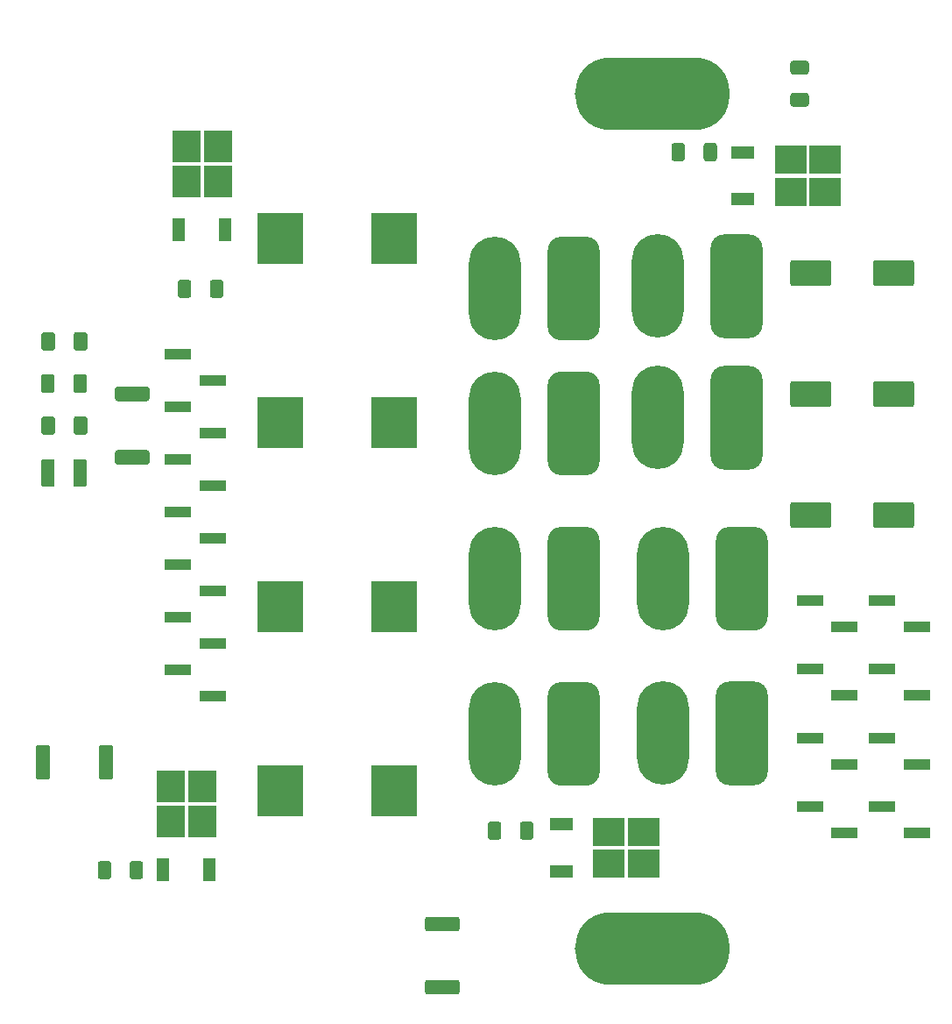
<source format=gbr>
%TF.GenerationSoftware,KiCad,Pcbnew,(5.1.10)-1*%
%TF.CreationDate,2021-09-14T12:20:03+02:00*%
%TF.ProjectId,BTS-MainBoard-Power,4254532d-4d61-4696-9e42-6f6172642d50,rev?*%
%TF.SameCoordinates,Original*%
%TF.FileFunction,Paste,Top*%
%TF.FilePolarity,Positive*%
%FSLAX46Y46*%
G04 Gerber Fmt 4.6, Leading zero omitted, Abs format (unit mm)*
G04 Created by KiCad (PCBNEW (5.1.10)-1) date 2021-09-14 12:20:03*
%MOMM*%
%LPD*%
G01*
G04 APERTURE LIST*
%ADD10R,3.050000X2.750000*%
%ADD11R,2.200000X1.200000*%
%ADD12R,2.750000X3.050000*%
%ADD13R,1.200000X2.200000*%
%ADD14R,2.510000X1.000000*%
%ADD15R,4.500000X5.000000*%
%ADD16O,5.000000X10.000000*%
%ADD17O,15.000000X7.000000*%
G04 APERTURE END LIST*
D10*
%TO.C,Q4*%
X224385000Y-120015000D03*
X227735000Y-116965000D03*
X224385000Y-116965000D03*
X227735000Y-120015000D03*
D11*
X219760000Y-120770000D03*
X219760000Y-116210000D03*
%TD*%
D10*
%TO.C,Q3*%
X241935000Y-55120000D03*
X245285000Y-52070000D03*
X241935000Y-52070000D03*
X245285000Y-55120000D03*
D11*
X237310000Y-55875000D03*
X237310000Y-51315000D03*
%TD*%
D12*
%TO.C,Q2*%
X185041000Y-115951000D03*
X181991000Y-112601000D03*
X181991000Y-115951000D03*
X185041000Y-112601000D03*
D13*
X185796000Y-120576000D03*
X181236000Y-120576000D03*
%TD*%
D12*
%TO.C,Q1*%
X186565000Y-54150000D03*
X183515000Y-50800000D03*
X183515000Y-54150000D03*
X186565000Y-50800000D03*
D13*
X187320000Y-58775000D03*
X182760000Y-58775000D03*
%TD*%
D14*
%TO.C,J19*%
X247146000Y-117094000D03*
X243836000Y-114554000D03*
%TD*%
%TO.C,J18*%
X254131000Y-117094000D03*
X250821000Y-114554000D03*
%TD*%
%TO.C,J17*%
X254131000Y-110447666D03*
X250821000Y-107907666D03*
%TD*%
%TO.C,J16*%
X254131000Y-103801333D03*
X250821000Y-101261333D03*
%TD*%
%TO.C,J15*%
X247146000Y-110447666D03*
X243836000Y-107907666D03*
%TD*%
%TO.C,J14*%
X247146000Y-103801333D03*
X243836000Y-101261333D03*
%TD*%
%TO.C,J13*%
X254131000Y-97155000D03*
X250821000Y-94615000D03*
%TD*%
%TO.C,J12*%
X247146000Y-97155000D03*
X243836000Y-94615000D03*
%TD*%
%TO.C,C4*%
G36*
G01*
X249904000Y-63992000D02*
X249904000Y-61992000D01*
G75*
G02*
X250154000Y-61742000I250000J0D01*
G01*
X253654000Y-61742000D01*
G75*
G02*
X253904000Y-61992000I0J-250000D01*
G01*
X253904000Y-63992000D01*
G75*
G02*
X253654000Y-64242000I-250000J0D01*
G01*
X250154000Y-64242000D01*
G75*
G02*
X249904000Y-63992000I0J250000D01*
G01*
G37*
G36*
G01*
X241904000Y-63992000D02*
X241904000Y-61992000D01*
G75*
G02*
X242154000Y-61742000I250000J0D01*
G01*
X245654000Y-61742000D01*
G75*
G02*
X245904000Y-61992000I0J-250000D01*
G01*
X245904000Y-63992000D01*
G75*
G02*
X245654000Y-64242000I-250000J0D01*
G01*
X242154000Y-64242000D01*
G75*
G02*
X241904000Y-63992000I0J250000D01*
G01*
G37*
%TD*%
%TO.C,C5*%
G36*
G01*
X249904000Y-75676000D02*
X249904000Y-73676000D01*
G75*
G02*
X250154000Y-73426000I250000J0D01*
G01*
X253654000Y-73426000D01*
G75*
G02*
X253904000Y-73676000I0J-250000D01*
G01*
X253904000Y-75676000D01*
G75*
G02*
X253654000Y-75926000I-250000J0D01*
G01*
X250154000Y-75926000D01*
G75*
G02*
X249904000Y-75676000I0J250000D01*
G01*
G37*
G36*
G01*
X241904000Y-75676000D02*
X241904000Y-73676000D01*
G75*
G02*
X242154000Y-73426000I250000J0D01*
G01*
X245654000Y-73426000D01*
G75*
G02*
X245904000Y-73676000I0J-250000D01*
G01*
X245904000Y-75676000D01*
G75*
G02*
X245654000Y-75926000I-250000J0D01*
G01*
X242154000Y-75926000D01*
G75*
G02*
X241904000Y-75676000I0J250000D01*
G01*
G37*
%TD*%
%TO.C,C3*%
G36*
G01*
X249904000Y-87360000D02*
X249904000Y-85360000D01*
G75*
G02*
X250154000Y-85110000I250000J0D01*
G01*
X253654000Y-85110000D01*
G75*
G02*
X253904000Y-85360000I0J-250000D01*
G01*
X253904000Y-87360000D01*
G75*
G02*
X253654000Y-87610000I-250000J0D01*
G01*
X250154000Y-87610000D01*
G75*
G02*
X249904000Y-87360000I0J250000D01*
G01*
G37*
G36*
G01*
X241904000Y-87360000D02*
X241904000Y-85360000D01*
G75*
G02*
X242154000Y-85110000I250000J0D01*
G01*
X245654000Y-85110000D01*
G75*
G02*
X245904000Y-85360000I0J-250000D01*
G01*
X245904000Y-87360000D01*
G75*
G02*
X245654000Y-87610000I-250000J0D01*
G01*
X242154000Y-87610000D01*
G75*
G02*
X241904000Y-87360000I0J250000D01*
G01*
G37*
%TD*%
%TO.C,R2*%
G36*
G01*
X175070000Y-111661001D02*
X175070000Y-108810999D01*
G75*
G02*
X175319999Y-108561000I249999J0D01*
G01*
X176220001Y-108561000D01*
G75*
G02*
X176470000Y-108810999I0J-249999D01*
G01*
X176470000Y-111661001D01*
G75*
G02*
X176220001Y-111911000I-249999J0D01*
G01*
X175319999Y-111911000D01*
G75*
G02*
X175070000Y-111661001I0J249999D01*
G01*
G37*
G36*
G01*
X168970000Y-111661001D02*
X168970000Y-108810999D01*
G75*
G02*
X169219999Y-108561000I249999J0D01*
G01*
X170120001Y-108561000D01*
G75*
G02*
X170370000Y-108810999I0J-249999D01*
G01*
X170370000Y-111661001D01*
G75*
G02*
X170120001Y-111911000I-249999J0D01*
G01*
X169219999Y-111911000D01*
G75*
G02*
X168970000Y-111661001I0J249999D01*
G01*
G37*
%TD*%
%TO.C,R1*%
G36*
G01*
X179733001Y-75374000D02*
X176882999Y-75374000D01*
G75*
G02*
X176633000Y-75124001I0J249999D01*
G01*
X176633000Y-74223999D01*
G75*
G02*
X176882999Y-73974000I249999J0D01*
G01*
X179733001Y-73974000D01*
G75*
G02*
X179983000Y-74223999I0J-249999D01*
G01*
X179983000Y-75124001D01*
G75*
G02*
X179733001Y-75374000I-249999J0D01*
G01*
G37*
G36*
G01*
X179733001Y-81474000D02*
X176882999Y-81474000D01*
G75*
G02*
X176633000Y-81224001I0J249999D01*
G01*
X176633000Y-80323999D01*
G75*
G02*
X176882999Y-80074000I249999J0D01*
G01*
X179733001Y-80074000D01*
G75*
G02*
X179983000Y-80323999I0J-249999D01*
G01*
X179983000Y-81224001D01*
G75*
G02*
X179733001Y-81474000I-249999J0D01*
G01*
G37*
%TD*%
%TO.C,C11*%
G36*
G01*
X170804000Y-73009997D02*
X170804000Y-74310003D01*
G75*
G02*
X170554003Y-74560000I-249997J0D01*
G01*
X169728997Y-74560000D01*
G75*
G02*
X169479000Y-74310003I0J249997D01*
G01*
X169479000Y-73009997D01*
G75*
G02*
X169728997Y-72760000I249997J0D01*
G01*
X170554003Y-72760000D01*
G75*
G02*
X170804000Y-73009997I0J-249997D01*
G01*
G37*
G36*
G01*
X173929000Y-73009997D02*
X173929000Y-74310003D01*
G75*
G02*
X173679003Y-74560000I-249997J0D01*
G01*
X172853997Y-74560000D01*
G75*
G02*
X172604000Y-74310003I0J249997D01*
G01*
X172604000Y-73009997D01*
G75*
G02*
X172853997Y-72760000I249997J0D01*
G01*
X173679003Y-72760000D01*
G75*
G02*
X173929000Y-73009997I0J-249997D01*
G01*
G37*
%TD*%
%TO.C,C10*%
G36*
G01*
X170804000Y-81195997D02*
X170804000Y-83396003D01*
G75*
G02*
X170554003Y-83646000I-249997J0D01*
G01*
X169728997Y-83646000D01*
G75*
G02*
X169479000Y-83396003I0J249997D01*
G01*
X169479000Y-81195997D01*
G75*
G02*
X169728997Y-80946000I249997J0D01*
G01*
X170554003Y-80946000D01*
G75*
G02*
X170804000Y-81195997I0J-249997D01*
G01*
G37*
G36*
G01*
X173929000Y-81195997D02*
X173929000Y-83396003D01*
G75*
G02*
X173679003Y-83646000I-249997J0D01*
G01*
X172853997Y-83646000D01*
G75*
G02*
X172604000Y-83396003I0J249997D01*
G01*
X172604000Y-81195997D01*
G75*
G02*
X172853997Y-80946000I249997J0D01*
G01*
X173679003Y-80946000D01*
G75*
G02*
X173929000Y-81195997I0J-249997D01*
G01*
G37*
%TD*%
%TO.C,C9*%
G36*
G01*
X170842500Y-77073997D02*
X170842500Y-78374003D01*
G75*
G02*
X170592503Y-78624000I-249997J0D01*
G01*
X169767497Y-78624000D01*
G75*
G02*
X169517500Y-78374003I0J249997D01*
G01*
X169517500Y-77073997D01*
G75*
G02*
X169767497Y-76824000I249997J0D01*
G01*
X170592503Y-76824000D01*
G75*
G02*
X170842500Y-77073997I0J-249997D01*
G01*
G37*
G36*
G01*
X173967500Y-77073997D02*
X173967500Y-78374003D01*
G75*
G02*
X173717503Y-78624000I-249997J0D01*
G01*
X172892497Y-78624000D01*
G75*
G02*
X172642500Y-78374003I0J249997D01*
G01*
X172642500Y-77073997D01*
G75*
G02*
X172892497Y-76824000I249997J0D01*
G01*
X173717503Y-76824000D01*
G75*
G02*
X173967500Y-77073997I0J-249997D01*
G01*
G37*
%TD*%
%TO.C,C1*%
G36*
G01*
X170842500Y-68945997D02*
X170842500Y-70246003D01*
G75*
G02*
X170592503Y-70496000I-249997J0D01*
G01*
X169767497Y-70496000D01*
G75*
G02*
X169517500Y-70246003I0J249997D01*
G01*
X169517500Y-68945997D01*
G75*
G02*
X169767497Y-68696000I249997J0D01*
G01*
X170592503Y-68696000D01*
G75*
G02*
X170842500Y-68945997I0J-249997D01*
G01*
G37*
G36*
G01*
X173967500Y-68945997D02*
X173967500Y-70246003D01*
G75*
G02*
X173717503Y-70496000I-249997J0D01*
G01*
X172892497Y-70496000D01*
G75*
G02*
X172642500Y-70246003I0J249997D01*
G01*
X172642500Y-68945997D01*
G75*
G02*
X172892497Y-68696000I249997J0D01*
G01*
X173717503Y-68696000D01*
G75*
G02*
X173967500Y-68945997I0J-249997D01*
G01*
G37*
%TD*%
%TO.C,J3*%
X186059000Y-103886000D03*
X186059000Y-98806000D03*
X186059000Y-93726000D03*
X186059000Y-88646000D03*
X186059000Y-83566000D03*
X186059000Y-78486000D03*
X186059000Y-73406000D03*
X182749000Y-101346000D03*
X182749000Y-96266000D03*
X182749000Y-91186000D03*
X182749000Y-86106000D03*
X182749000Y-81026000D03*
X182749000Y-75946000D03*
X182749000Y-70866000D03*
%TD*%
%TO.C,R11*%
G36*
G01*
X213984000Y-116214999D02*
X213984000Y-117465001D01*
G75*
G02*
X213734001Y-117715000I-249999J0D01*
G01*
X212933999Y-117715000D01*
G75*
G02*
X212684000Y-117465001I0J249999D01*
G01*
X212684000Y-116214999D01*
G75*
G02*
X212933999Y-115965000I249999J0D01*
G01*
X213734001Y-115965000D01*
G75*
G02*
X213984000Y-116214999I0J-249999D01*
G01*
G37*
G36*
G01*
X217084000Y-116214999D02*
X217084000Y-117465001D01*
G75*
G02*
X216834001Y-117715000I-249999J0D01*
G01*
X216033999Y-117715000D01*
G75*
G02*
X215784000Y-117465001I0J249999D01*
G01*
X215784000Y-116214999D01*
G75*
G02*
X216033999Y-115965000I249999J0D01*
G01*
X216834001Y-115965000D01*
G75*
G02*
X217084000Y-116214999I0J-249999D01*
G01*
G37*
%TD*%
%TO.C,R10*%
G36*
G01*
X231738000Y-50682999D02*
X231738000Y-51933001D01*
G75*
G02*
X231488001Y-52183000I-249999J0D01*
G01*
X230687999Y-52183000D01*
G75*
G02*
X230438000Y-51933001I0J249999D01*
G01*
X230438000Y-50682999D01*
G75*
G02*
X230687999Y-50433000I249999J0D01*
G01*
X231488001Y-50433000D01*
G75*
G02*
X231738000Y-50682999I0J-249999D01*
G01*
G37*
G36*
G01*
X234838000Y-50682999D02*
X234838000Y-51933001D01*
G75*
G02*
X234588001Y-52183000I-249999J0D01*
G01*
X233787999Y-52183000D01*
G75*
G02*
X233538000Y-51933001I0J249999D01*
G01*
X233538000Y-50682999D01*
G75*
G02*
X233787999Y-50433000I249999J0D01*
G01*
X234588001Y-50433000D01*
G75*
G02*
X234838000Y-50682999I0J-249999D01*
G01*
G37*
%TD*%
%TO.C,R9*%
G36*
G01*
X206854999Y-131255000D02*
X209705001Y-131255000D01*
G75*
G02*
X209955000Y-131504999I0J-249999D01*
G01*
X209955000Y-132405001D01*
G75*
G02*
X209705001Y-132655000I-249999J0D01*
G01*
X206854999Y-132655000D01*
G75*
G02*
X206605000Y-132405001I0J249999D01*
G01*
X206605000Y-131504999D01*
G75*
G02*
X206854999Y-131255000I249999J0D01*
G01*
G37*
G36*
G01*
X206854999Y-125155000D02*
X209705001Y-125155000D01*
G75*
G02*
X209955000Y-125404999I0J-249999D01*
G01*
X209955000Y-126305001D01*
G75*
G02*
X209705001Y-126555000I-249999J0D01*
G01*
X206854999Y-126555000D01*
G75*
G02*
X206605000Y-126305001I0J249999D01*
G01*
X206605000Y-125404999D01*
G75*
G02*
X206854999Y-125155000I249999J0D01*
G01*
G37*
%TD*%
%TO.C,R8*%
G36*
G01*
X176265000Y-120024999D02*
X176265000Y-121275001D01*
G75*
G02*
X176015001Y-121525000I-249999J0D01*
G01*
X175214999Y-121525000D01*
G75*
G02*
X174965000Y-121275001I0J249999D01*
G01*
X174965000Y-120024999D01*
G75*
G02*
X175214999Y-119775000I249999J0D01*
G01*
X176015001Y-119775000D01*
G75*
G02*
X176265000Y-120024999I0J-249999D01*
G01*
G37*
G36*
G01*
X179365000Y-120024999D02*
X179365000Y-121275001D01*
G75*
G02*
X179115001Y-121525000I-249999J0D01*
G01*
X178314999Y-121525000D01*
G75*
G02*
X178065000Y-121275001I0J249999D01*
G01*
X178065000Y-120024999D01*
G75*
G02*
X178314999Y-119775000I249999J0D01*
G01*
X179115001Y-119775000D01*
G75*
G02*
X179365000Y-120024999I0J-249999D01*
G01*
G37*
%TD*%
%TO.C,R7*%
G36*
G01*
X185812000Y-65141001D02*
X185812000Y-63890999D01*
G75*
G02*
X186061999Y-63641000I249999J0D01*
G01*
X186862001Y-63641000D01*
G75*
G02*
X187112000Y-63890999I0J-249999D01*
G01*
X187112000Y-65141001D01*
G75*
G02*
X186862001Y-65391000I-249999J0D01*
G01*
X186061999Y-65391000D01*
G75*
G02*
X185812000Y-65141001I0J249999D01*
G01*
G37*
G36*
G01*
X182712000Y-65141001D02*
X182712000Y-63890999D01*
G75*
G02*
X182961999Y-63641000I249999J0D01*
G01*
X183762001Y-63641000D01*
G75*
G02*
X184012000Y-63890999I0J-249999D01*
G01*
X184012000Y-65141001D01*
G75*
G02*
X183762001Y-65391000I-249999J0D01*
G01*
X182961999Y-65391000D01*
G75*
G02*
X182712000Y-65141001I0J249999D01*
G01*
G37*
%TD*%
D15*
%TO.C,L4*%
X203620000Y-77470000D03*
X192620000Y-77470000D03*
%TD*%
%TO.C,L3*%
X203620000Y-95250000D03*
X192620000Y-95250000D03*
%TD*%
%TO.C,L2*%
X203620000Y-113030000D03*
X192620000Y-113030000D03*
%TD*%
%TO.C,L1*%
X203620000Y-59690000D03*
X192620000Y-59690000D03*
%TD*%
%TO.C,J11*%
G36*
G01*
X234736000Y-96250000D02*
X234736000Y-88750000D01*
G75*
G02*
X235986000Y-87500000I1250000J0D01*
G01*
X238486000Y-87500000D01*
G75*
G02*
X239736000Y-88750000I0J-1250000D01*
G01*
X239736000Y-96250000D01*
G75*
G02*
X238486000Y-97500000I-1250000J0D01*
G01*
X235986000Y-97500000D01*
G75*
G02*
X234736000Y-96250000I0J1250000D01*
G01*
G37*
D16*
X229616000Y-92500000D03*
%TD*%
%TO.C,J10*%
G36*
G01*
X234228000Y-68012000D02*
X234228000Y-60512000D01*
G75*
G02*
X235478000Y-59262000I1250000J0D01*
G01*
X237978000Y-59262000D01*
G75*
G02*
X239228000Y-60512000I0J-1250000D01*
G01*
X239228000Y-68012000D01*
G75*
G02*
X237978000Y-69262000I-1250000J0D01*
G01*
X235478000Y-69262000D01*
G75*
G02*
X234228000Y-68012000I0J1250000D01*
G01*
G37*
X229108000Y-64262000D03*
%TD*%
%TO.C,J9*%
G36*
G01*
X218480000Y-68240000D02*
X218480000Y-60740000D01*
G75*
G02*
X219730000Y-59490000I1250000J0D01*
G01*
X222230000Y-59490000D01*
G75*
G02*
X223480000Y-60740000I0J-1250000D01*
G01*
X223480000Y-68240000D01*
G75*
G02*
X222230000Y-69490000I-1250000J0D01*
G01*
X219730000Y-69490000D01*
G75*
G02*
X218480000Y-68240000I0J1250000D01*
G01*
G37*
X213360000Y-64490000D03*
%TD*%
%TO.C,J8*%
G36*
G01*
X218480000Y-96250000D02*
X218480000Y-88750000D01*
G75*
G02*
X219730000Y-87500000I1250000J0D01*
G01*
X222230000Y-87500000D01*
G75*
G02*
X223480000Y-88750000I0J-1250000D01*
G01*
X223480000Y-96250000D01*
G75*
G02*
X222230000Y-97500000I-1250000J0D01*
G01*
X219730000Y-97500000D01*
G75*
G02*
X218480000Y-96250000I0J1250000D01*
G01*
G37*
X213360000Y-92500000D03*
%TD*%
%TO.C,J7*%
G36*
G01*
X234228000Y-80712000D02*
X234228000Y-73212000D01*
G75*
G02*
X235478000Y-71962000I1250000J0D01*
G01*
X237978000Y-71962000D01*
G75*
G02*
X239228000Y-73212000I0J-1250000D01*
G01*
X239228000Y-80712000D01*
G75*
G02*
X237978000Y-81962000I-1250000J0D01*
G01*
X235478000Y-81962000D01*
G75*
G02*
X234228000Y-80712000I0J1250000D01*
G01*
G37*
X229108000Y-76962000D03*
%TD*%
%TO.C,J6*%
G36*
G01*
X218480000Y-81250000D02*
X218480000Y-73750000D01*
G75*
G02*
X219730000Y-72500000I1250000J0D01*
G01*
X222230000Y-72500000D01*
G75*
G02*
X223480000Y-73750000I0J-1250000D01*
G01*
X223480000Y-81250000D01*
G75*
G02*
X222230000Y-82500000I-1250000J0D01*
G01*
X219730000Y-82500000D01*
G75*
G02*
X218480000Y-81250000I0J1250000D01*
G01*
G37*
X213360000Y-77500000D03*
%TD*%
%TO.C,J5*%
G36*
G01*
X234736000Y-111192000D02*
X234736000Y-103692000D01*
G75*
G02*
X235986000Y-102442000I1250000J0D01*
G01*
X238486000Y-102442000D01*
G75*
G02*
X239736000Y-103692000I0J-1250000D01*
G01*
X239736000Y-111192000D01*
G75*
G02*
X238486000Y-112442000I-1250000J0D01*
G01*
X235986000Y-112442000D01*
G75*
G02*
X234736000Y-111192000I0J1250000D01*
G01*
G37*
X229616000Y-107442000D03*
%TD*%
%TO.C,J4*%
G36*
G01*
X218480000Y-111250000D02*
X218480000Y-103750000D01*
G75*
G02*
X219730000Y-102500000I1250000J0D01*
G01*
X222230000Y-102500000D01*
G75*
G02*
X223480000Y-103750000I0J-1250000D01*
G01*
X223480000Y-111250000D01*
G75*
G02*
X222230000Y-112500000I-1250000J0D01*
G01*
X219730000Y-112500000D01*
G75*
G02*
X218480000Y-111250000I0J1250000D01*
G01*
G37*
X213360000Y-107500000D03*
%TD*%
D17*
%TO.C,J2*%
X228600000Y-128270000D03*
%TD*%
%TO.C,J1*%
X228600000Y-45720000D03*
%TD*%
%TO.C,C2*%
G36*
G01*
X243474003Y-43804000D02*
X242173997Y-43804000D01*
G75*
G02*
X241924000Y-43554003I0J249997D01*
G01*
X241924000Y-42728997D01*
G75*
G02*
X242173997Y-42479000I249997J0D01*
G01*
X243474003Y-42479000D01*
G75*
G02*
X243724000Y-42728997I0J-249997D01*
G01*
X243724000Y-43554003D01*
G75*
G02*
X243474003Y-43804000I-249997J0D01*
G01*
G37*
G36*
G01*
X243474003Y-46929000D02*
X242173997Y-46929000D01*
G75*
G02*
X241924000Y-46679003I0J249997D01*
G01*
X241924000Y-45853997D01*
G75*
G02*
X242173997Y-45604000I249997J0D01*
G01*
X243474003Y-45604000D01*
G75*
G02*
X243724000Y-45853997I0J-249997D01*
G01*
X243724000Y-46679003D01*
G75*
G02*
X243474003Y-46929000I-249997J0D01*
G01*
G37*
%TD*%
M02*

</source>
